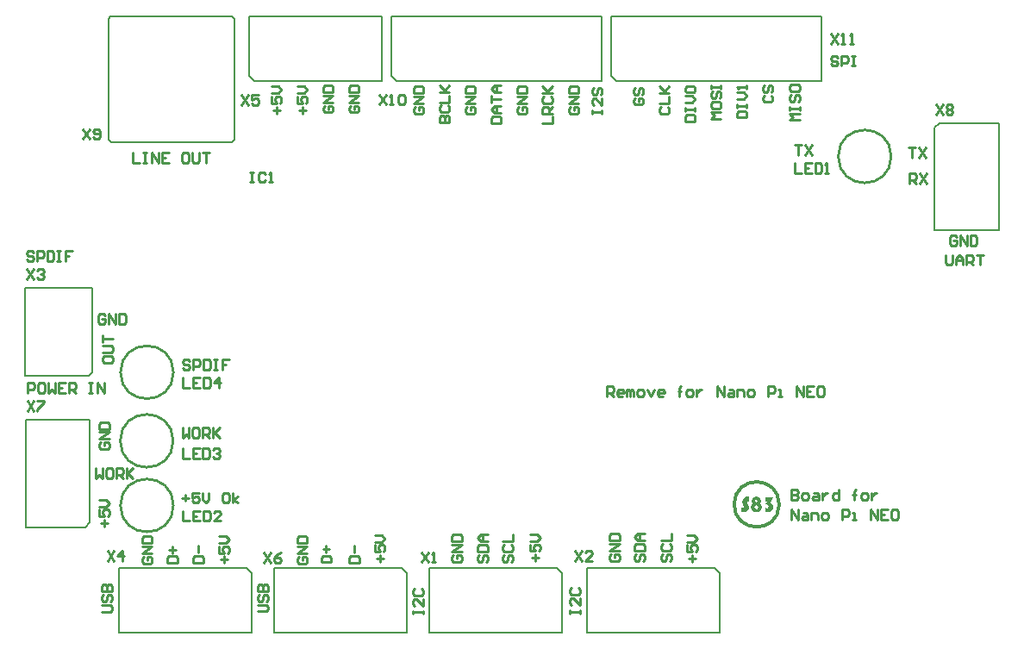
<source format=gto>
G04 Layer_Color=65535*
%FSLAX44Y44*%
%MOMM*%
G71*
G01*
G75*
%ADD11C,0.3000*%
%ADD32C,0.2540*%
%ADD33C,0.2000*%
G36*
X1006349Y396365D02*
X1006372D01*
X1006396Y396317D01*
X1006468Y396269D01*
X1006563Y396222D01*
X1006777Y396031D01*
X1007063Y395793D01*
X1007372Y395508D01*
X1007681Y395175D01*
X1007967Y394818D01*
X1008229Y394437D01*
X1008252Y394389D01*
X1008324Y394246D01*
X1008419Y394032D01*
X1008538Y393747D01*
X1008633Y393390D01*
X1008728Y392961D01*
X1008800Y392509D01*
X1008824Y391986D01*
Y391962D01*
Y391890D01*
Y391771D01*
X1008800Y391628D01*
X1008776Y391438D01*
X1008752Y391224D01*
X1008705Y390986D01*
X1008633Y390724D01*
X1008443Y390177D01*
X1008324Y389867D01*
X1008157Y389558D01*
X1007991Y389272D01*
X1007776Y388963D01*
X1007539Y388677D01*
X1007253Y388392D01*
X1007229Y388368D01*
X1007182Y388320D01*
X1007086Y388249D01*
X1006967Y388177D01*
X1006825Y388059D01*
X1006634Y387939D01*
X1006420Y387797D01*
X1006182Y387678D01*
X1005920Y387535D01*
X1005611Y387392D01*
X1005301Y387273D01*
X1004968Y387178D01*
X1004611Y387083D01*
X1004230Y387011D01*
X1003826Y386964D01*
X1003397Y386940D01*
X1003183D01*
X1002945Y386964D01*
X1002612Y386987D01*
X1002231Y387059D01*
X1001803Y387130D01*
X1001351Y387249D01*
X1000898Y387392D01*
Y391557D01*
X1000946Y391533D01*
X1001065Y391462D01*
X1001232Y391367D01*
X1001446Y391272D01*
X1001708Y391176D01*
X1001969Y391081D01*
X1002255Y391010D01*
X1002517Y390986D01*
X1002636D01*
X1002779Y391010D01*
X1002969Y391057D01*
X1003159Y391105D01*
X1003374Y391200D01*
X1003588Y391343D01*
X1003802Y391510D01*
X1003826Y391533D01*
X1003873Y391605D01*
X1003969Y391724D01*
X1004064Y391890D01*
X1004159Y392081D01*
X1004254Y392319D01*
X1004302Y392580D01*
X1004326Y392866D01*
Y392914D01*
Y393009D01*
X1004278Y393176D01*
X1004230Y393390D01*
X1004135Y393628D01*
X1003992Y393866D01*
X1003802Y394104D01*
X1003540Y394318D01*
X1003516Y394342D01*
X1003397Y394413D01*
X1003231Y394484D01*
X1002993Y394604D01*
X1002707Y394699D01*
X1002350Y394770D01*
X1001946Y394841D01*
X1001493Y394865D01*
X1002588Y397793D01*
X1000970D01*
Y402029D01*
X1008752D01*
X1006349Y396365D01*
D02*
G37*
G36*
X992616Y402362D02*
X992783Y402338D01*
X992973Y402315D01*
X993425Y402243D01*
X993925Y402100D01*
X994449Y401886D01*
X994710Y401743D01*
X994972Y401577D01*
X995234Y401386D01*
X995472Y401172D01*
X995496Y401148D01*
X995520Y401125D01*
X995591Y401053D01*
X995662Y400958D01*
X995758Y400839D01*
X995877Y400696D01*
X996115Y400339D01*
X996329Y399887D01*
X996543Y399363D01*
X996686Y398745D01*
X996710Y398435D01*
X996733Y398078D01*
Y398054D01*
Y398031D01*
Y397959D01*
Y397864D01*
X996686Y397626D01*
X996638Y397293D01*
X996543Y396936D01*
X996400Y396531D01*
X996186Y396127D01*
X995924Y395722D01*
X995972Y395675D01*
X996067Y395555D01*
X996234Y395389D01*
X996424Y395151D01*
X996638Y394889D01*
X996852Y394604D01*
X997043Y394294D01*
X997186Y393985D01*
X997209Y393961D01*
X997233Y393842D01*
X997305Y393675D01*
X997376Y393461D01*
X997424Y393176D01*
X997495Y392842D01*
X997519Y392462D01*
X997543Y392057D01*
Y392033D01*
Y391962D01*
Y391843D01*
X997519Y391700D01*
X997495Y391510D01*
X997471Y391295D01*
X997424Y391034D01*
X997352Y390772D01*
X997186Y390201D01*
X997067Y389891D01*
X996900Y389582D01*
X996733Y389272D01*
X996543Y388963D01*
X996305Y388677D01*
X996043Y388392D01*
X996019Y388368D01*
X995972Y388320D01*
X995900Y388249D01*
X995781Y388177D01*
X995639Y388059D01*
X995448Y387939D01*
X995258Y387797D01*
X995020Y387678D01*
X994758Y387535D01*
X994473Y387392D01*
X994163Y387273D01*
X993830Y387178D01*
X993473Y387083D01*
X993116Y387011D01*
X992711Y386964D01*
X992307Y386940D01*
X992093D01*
X991926Y386964D01*
X991736Y386987D01*
X991521Y387011D01*
X991283Y387059D01*
X990998Y387130D01*
X990403Y387297D01*
X990093Y387416D01*
X989784Y387559D01*
X989474Y387725D01*
X989165Y387916D01*
X988856Y388130D01*
X988570Y388392D01*
X988546Y388415D01*
X988499Y388463D01*
X988427Y388535D01*
X988332Y388653D01*
X988237Y388796D01*
X988094Y388987D01*
X987975Y389177D01*
X987832Y389415D01*
X987690Y389653D01*
X987570Y389939D01*
X987333Y390558D01*
X987237Y390914D01*
X987166Y391272D01*
X987118Y391652D01*
X987094Y392057D01*
Y392081D01*
Y392104D01*
Y392247D01*
X987118Y392438D01*
X987142Y392700D01*
X987190Y393009D01*
X987237Y393342D01*
X987333Y393675D01*
X987451Y393985D01*
X987475Y394032D01*
X987523Y394128D01*
X987618Y394294D01*
X987737Y394508D01*
X987904Y394770D01*
X988118Y395079D01*
X988380Y395389D01*
X988689Y395722D01*
Y395746D01*
X988665Y395770D01*
X988570Y395913D01*
X988451Y396127D01*
X988308Y396412D01*
X988142Y396769D01*
X988023Y397174D01*
X987927Y397602D01*
X987904Y398078D01*
Y398102D01*
Y398173D01*
Y398269D01*
X987927Y398388D01*
X987951Y398554D01*
X987975Y398745D01*
X988070Y399173D01*
X988213Y399649D01*
X988427Y400173D01*
X988570Y400434D01*
X988737Y400696D01*
X988927Y400934D01*
X989141Y401172D01*
X989165Y401196D01*
X989189Y401220D01*
X989260Y401291D01*
X989355Y401363D01*
X989498Y401458D01*
X989641Y401553D01*
X989808Y401672D01*
X989998Y401791D01*
X990450Y402005D01*
X990998Y402196D01*
X991593Y402338D01*
X991926Y402362D01*
X992283Y402386D01*
X992473D01*
X992616Y402362D01*
D02*
G37*
G36*
X983858D02*
X984096Y402338D01*
X984358Y402315D01*
X984667Y402267D01*
X984976Y402172D01*
X985310Y402077D01*
Y397888D01*
X985286D01*
X985238Y397912D01*
X985143Y397935D01*
X985024Y397959D01*
X984786Y398007D01*
X984667Y398031D01*
X984500D01*
X984405Y398007D01*
X984286Y397983D01*
X984143Y397935D01*
X984000Y397864D01*
X983858Y397769D01*
X983715Y397650D01*
X983691Y397626D01*
X983667Y397579D01*
X983596Y397507D01*
X983548Y397412D01*
X983477Y397269D01*
X983406Y397126D01*
X983382Y396960D01*
X983358Y396769D01*
Y396745D01*
Y396698D01*
X983382Y396603D01*
X983406Y396460D01*
X983453Y396317D01*
X983525Y396127D01*
X983620Y395889D01*
X983739Y395651D01*
X984072Y395079D01*
Y395056D01*
X984119Y395008D01*
X984167Y394937D01*
X984215Y394818D01*
X984286Y394675D01*
X984358Y394508D01*
X984548Y394104D01*
X984715Y393652D01*
X984857Y393128D01*
X984952Y392580D01*
X985000Y392033D01*
Y392009D01*
Y391938D01*
Y391819D01*
X984976Y391676D01*
X984952Y391486D01*
X984929Y391272D01*
X984881Y391034D01*
X984810Y390772D01*
X984619Y390201D01*
X984500Y389915D01*
X984358Y389605D01*
X984167Y389296D01*
X983953Y388987D01*
X983715Y388701D01*
X983453Y388415D01*
X983429Y388392D01*
X983382Y388344D01*
X983310Y388273D01*
X983191Y388177D01*
X983025Y388082D01*
X982858Y387939D01*
X982644Y387821D01*
X982430Y387678D01*
X982168Y387535D01*
X981882Y387416D01*
X981240Y387178D01*
X980907Y387083D01*
X980526Y387011D01*
X980145Y386964D01*
X979740Y386940D01*
X979550D01*
X979360Y386964D01*
X979074Y386987D01*
X978765Y387059D01*
X978408Y387130D01*
X978027Y387249D01*
X977646Y387392D01*
Y391676D01*
X977670Y391652D01*
X977741Y391628D01*
X977860Y391557D01*
X978027Y391486D01*
X978360Y391367D01*
X978550Y391319D01*
X978741Y391295D01*
X978836D01*
X978931Y391319D01*
X979074Y391343D01*
X979383Y391438D01*
X979550Y391510D01*
X979693Y391605D01*
X979717Y391628D01*
X979764Y391676D01*
X979812Y391748D01*
X979907Y391843D01*
X980026Y392104D01*
X980074Y392247D01*
X980097Y392438D01*
Y392462D01*
Y392509D01*
X980074Y392604D01*
X980026Y392723D01*
X979955Y392914D01*
X979836Y393152D01*
X979693Y393461D01*
X979479Y393842D01*
Y393866D01*
X979431Y393913D01*
X979383Y394008D01*
X979336Y394151D01*
X979264Y394294D01*
X979169Y394484D01*
X979074Y394699D01*
X979003Y394937D01*
X978812Y395460D01*
X978646Y396031D01*
X978550Y396650D01*
X978503Y397293D01*
Y397317D01*
Y397388D01*
Y397483D01*
X978527Y397650D01*
X978550Y397817D01*
X978574Y398031D01*
X978622Y398269D01*
X978693Y398507D01*
X978860Y399078D01*
X978979Y399363D01*
X979122Y399673D01*
X979288Y399982D01*
X979502Y400268D01*
X979717Y400577D01*
X979978Y400863D01*
X980002Y400887D01*
X980050Y400934D01*
X980121Y401006D01*
X980240Y401101D01*
X980383Y401220D01*
X980550Y401339D01*
X980764Y401482D01*
X980978Y401624D01*
X981216Y401767D01*
X981502Y401910D01*
X982097Y402148D01*
X982430Y402243D01*
X982787Y402315D01*
X983144Y402362D01*
X983525Y402386D01*
X983691D01*
X983858Y402362D01*
D02*
G37*
%LPC*%
G36*
X992307Y393747D02*
X992188D01*
X992045Y393723D01*
X991878Y393675D01*
X991664Y393628D01*
X991474Y393532D01*
X991260Y393390D01*
X991045Y393223D01*
X991021Y393199D01*
X990974Y393128D01*
X990879Y393009D01*
X990783Y392866D01*
X990688Y392700D01*
X990593Y392485D01*
X990546Y392247D01*
X990522Y391986D01*
Y391962D01*
Y391866D01*
X990546Y391700D01*
X990593Y391533D01*
X990641Y391319D01*
X990736Y391105D01*
X990855Y390891D01*
X991021Y390676D01*
X991045Y390653D01*
X991117Y390605D01*
X991212Y390510D01*
X991378Y390415D01*
X991545Y390320D01*
X991783Y390224D01*
X992021Y390177D01*
X992307Y390153D01*
X992426D01*
X992569Y390177D01*
X992759Y390224D01*
X992949Y390272D01*
X993164Y390367D01*
X993378Y390510D01*
X993568Y390676D01*
X993592Y390700D01*
X993640Y390772D01*
X993735Y390891D01*
X993830Y391034D01*
X993925Y391224D01*
X994020Y391462D01*
X994068Y391700D01*
X994092Y391986D01*
Y392009D01*
Y392104D01*
X994068Y392247D01*
X994020Y392414D01*
X993949Y392604D01*
X993854Y392818D01*
X993735Y393009D01*
X993544Y393223D01*
X993521Y393247D01*
X993449Y393294D01*
X993330Y393390D01*
X993187Y393485D01*
X993021Y393580D01*
X992806Y393675D01*
X992569Y393723D01*
X992307Y393747D01*
D02*
G37*
G36*
X992259Y399221D02*
X992188D01*
X992093Y399197D01*
X991973Y399173D01*
X991854Y399125D01*
X991712Y399078D01*
X991569Y398983D01*
X991426Y398864D01*
X991402Y398840D01*
X991378Y398792D01*
X991331Y398721D01*
X991260Y398626D01*
X991141Y398364D01*
X991117Y398197D01*
X991093Y398031D01*
Y398007D01*
Y397935D01*
X991117Y397840D01*
X991141Y397721D01*
X991236Y397412D01*
X991307Y397269D01*
X991426Y397126D01*
X991450Y397103D01*
X991497Y397079D01*
X991569Y397031D01*
X991664Y396960D01*
X991783Y396888D01*
X991950Y396841D01*
X992116Y396817D01*
X992307Y396793D01*
X992378D01*
X992473Y396817D01*
X992592Y396841D01*
X992711Y396888D01*
X992854Y396936D01*
X992997Y397031D01*
X993140Y397150D01*
X993164Y397174D01*
X993187Y397221D01*
X993259Y397293D01*
X993330Y397388D01*
X993449Y397674D01*
X993473Y397817D01*
X993497Y398007D01*
Y398031D01*
Y398102D01*
X993473Y398173D01*
X993449Y398292D01*
X993401Y398435D01*
X993354Y398578D01*
X993259Y398721D01*
X993140Y398864D01*
X993116Y398887D01*
X993068Y398911D01*
X992997Y398983D01*
X992902Y399054D01*
X992759Y399102D01*
X992616Y399173D01*
X992449Y399197D01*
X992259Y399221D01*
D02*
G37*
%LPD*%
D11*
X1014747Y394765D02*
G03*
X1014730Y393901I-22132J0D01*
G01*
D32*
X419700Y524510D02*
G03*
X419700Y524510I-26000J0D01*
G01*
Y393700D02*
G03*
X419700Y393700I-26000J0D01*
G01*
X419500Y457200D02*
G03*
X419500Y457200I-26000J0D01*
G01*
X1124750Y736600D02*
G03*
X1124750Y736600I-26000J0D01*
G01*
X429260Y519267D02*
Y509270D01*
X435924D01*
X445921Y519267D02*
X439257D01*
Y509270D01*
X445921D01*
X439257Y514268D02*
X442589D01*
X449254Y519267D02*
Y509270D01*
X454252D01*
X455918Y510936D01*
Y517601D01*
X454252Y519267D01*
X449254D01*
X464249Y509270D02*
Y519267D01*
X459250Y514268D01*
X465915D01*
X1065530Y857087D02*
X1072195Y847090D01*
Y857087D02*
X1065530Y847090D01*
X1075527D02*
X1078859D01*
X1077193D01*
Y857087D01*
X1075527Y855421D01*
X1083857Y847090D02*
X1087190D01*
X1085524D01*
Y857087D01*
X1083857Y855421D01*
X622300Y797397D02*
X628965Y787400D01*
Y797397D02*
X622300Y787400D01*
X632297D02*
X635629D01*
X633963D01*
Y797397D01*
X632297Y795731D01*
X640627D02*
X642294Y797397D01*
X645626D01*
X647292Y795731D01*
Y789066D01*
X645626Y787400D01*
X642294D01*
X640627Y789066D01*
Y795731D01*
X330962Y763615D02*
X337626Y753618D01*
Y763615D02*
X330962Y753618D01*
X340959Y755284D02*
X342625Y753618D01*
X345957D01*
X347623Y755284D01*
Y761949D01*
X345957Y763615D01*
X342625D01*
X340959Y761949D01*
Y760283D01*
X342625Y758616D01*
X347623D01*
X428752Y449671D02*
Y439674D01*
X435416D01*
X445413Y449671D02*
X438749D01*
Y439674D01*
X445413D01*
X438749Y444672D02*
X442081D01*
X448746Y449671D02*
Y439674D01*
X453744D01*
X455410Y441340D01*
Y448005D01*
X453744Y449671D01*
X448746D01*
X458742Y448005D02*
X460409Y449671D01*
X463741D01*
X465407Y448005D01*
Y446339D01*
X463741Y444672D01*
X462075D01*
X463741D01*
X465407Y443006D01*
Y441340D01*
X463741Y439674D01*
X460409D01*
X458742Y441340D01*
X429260Y388457D02*
Y378460D01*
X435924D01*
X445921Y388457D02*
X439257D01*
Y378460D01*
X445921D01*
X439257Y383458D02*
X442589D01*
X449254Y388457D02*
Y378460D01*
X454252D01*
X455918Y380126D01*
Y386791D01*
X454252Y388457D01*
X449254D01*
X465915Y378460D02*
X459250D01*
X465915Y385125D01*
Y386791D01*
X464249Y388457D01*
X460916D01*
X459250Y386791D01*
X663194Y347817D02*
X669858Y337820D01*
Y347817D02*
X663194Y337820D01*
X673191D02*
X676523D01*
X674857D01*
Y347817D01*
X673191Y346151D01*
X486664Y797143D02*
X493329Y787146D01*
Y797143D02*
X486664Y787146D01*
X503325Y797143D02*
X496661D01*
Y792144D01*
X499993Y793811D01*
X501659D01*
X503325Y792144D01*
Y788812D01*
X501659Y787146D01*
X498327D01*
X496661Y788812D01*
X276098Y496153D02*
X282763Y486156D01*
Y496153D02*
X276098Y486156D01*
X286095Y496153D02*
X292759D01*
Y494487D01*
X286095Y487822D01*
Y486156D01*
X508508Y347563D02*
X515173Y337566D01*
Y347563D02*
X508508Y337566D01*
X525169Y347563D02*
X521837Y345897D01*
X518505Y342564D01*
Y339232D01*
X520171Y337566D01*
X523503D01*
X525169Y339232D01*
Y340898D01*
X523503Y342564D01*
X518505D01*
X354838Y348833D02*
X361502Y338836D01*
Y348833D02*
X354838Y338836D01*
X369833D02*
Y348833D01*
X364835Y343834D01*
X371499D01*
X1168654Y787999D02*
X1175319Y778002D01*
Y787999D02*
X1168654Y778002D01*
X1178651Y786333D02*
X1180317Y787999D01*
X1183649D01*
X1185315Y786333D01*
Y784667D01*
X1183649Y783000D01*
X1185315Y781334D01*
Y779668D01*
X1183649Y778002D01*
X1180317D01*
X1178651Y779668D01*
Y781334D01*
X1180317Y783000D01*
X1178651Y784667D01*
Y786333D01*
X1180317Y783000D02*
X1183649D01*
X275844Y625693D02*
X282509Y615696D01*
Y625693D02*
X275844Y615696D01*
X285841Y624027D02*
X287507Y625693D01*
X290839D01*
X292505Y624027D01*
Y622360D01*
X290839Y620694D01*
X289173D01*
X290839D01*
X292505Y619028D01*
Y617362D01*
X290839Y615696D01*
X287507D01*
X285841Y617362D01*
X495300Y721197D02*
X498632D01*
X496966D01*
Y711200D01*
X495300D01*
X498632D01*
X510295Y719531D02*
X508629Y721197D01*
X505297D01*
X503631Y719531D01*
Y712866D01*
X505297Y711200D01*
X508629D01*
X510295Y712866D01*
X513627Y711200D02*
X516960D01*
X515294D01*
Y721197D01*
X513627Y719531D01*
X814070Y349341D02*
X820734Y339344D01*
Y349341D02*
X814070Y339344D01*
X830731D02*
X824067D01*
X830731Y346008D01*
Y347675D01*
X829065Y349341D01*
X825733D01*
X824067Y347675D01*
X1029970Y730087D02*
Y720090D01*
X1036635D01*
X1046631Y730087D02*
X1039967D01*
Y720090D01*
X1046631D01*
X1039967Y725088D02*
X1043299D01*
X1049964Y730087D02*
Y720090D01*
X1054962D01*
X1056628Y721756D01*
Y728421D01*
X1054962Y730087D01*
X1049964D01*
X1059960Y720090D02*
X1063293D01*
X1061627D01*
Y730087D01*
X1059960Y728421D01*
X350175Y538853D02*
Y535521D01*
X351841Y533855D01*
X358506D01*
X360172Y535521D01*
Y538853D01*
X358506Y540519D01*
X351841D01*
X350175Y538853D01*
Y543852D02*
X358506D01*
X360172Y545518D01*
Y548850D01*
X358506Y550516D01*
X350175D01*
Y553848D02*
Y560513D01*
Y557181D01*
X360172D01*
X352612Y580286D02*
X350946Y581952D01*
X347614D01*
X345948Y580286D01*
Y573621D01*
X347614Y571955D01*
X350946D01*
X352612Y573621D01*
Y576953D01*
X349280D01*
X355945Y571955D02*
Y581952D01*
X362609Y571955D01*
Y581952D01*
X365942D02*
Y571955D01*
X370940D01*
X372606Y573621D01*
Y580286D01*
X370940Y581952D01*
X365942D01*
X343408Y430314D02*
Y420317D01*
X346740Y423649D01*
X350073Y420317D01*
Y430314D01*
X358403D02*
X355071D01*
X353405Y428648D01*
Y421983D01*
X355071Y420317D01*
X358403D01*
X360069Y421983D01*
Y428648D01*
X358403Y430314D01*
X363402Y420317D02*
Y430314D01*
X368400D01*
X370066Y428648D01*
Y425315D01*
X368400Y423649D01*
X363402D01*
X366734D02*
X370066Y420317D01*
X373398Y430314D02*
Y420317D01*
Y423649D01*
X380063Y430314D01*
X375065Y425315D01*
X380063Y420317D01*
X352126Y372819D02*
Y379483D01*
X348793Y376151D02*
X355458D01*
X347127Y389480D02*
Y382816D01*
X352126D01*
X350460Y386148D01*
Y387814D01*
X352126Y389480D01*
X355458D01*
X357124Y387814D01*
Y384482D01*
X355458Y382816D01*
X347127Y392812D02*
X353792D01*
X357124Y396145D01*
X353792Y399477D01*
X347127D01*
X348539Y455683D02*
X346873Y454017D01*
Y450685D01*
X348539Y449019D01*
X355204D01*
X356870Y450685D01*
Y454017D01*
X355204Y455683D01*
X351872D01*
Y452351D01*
X356870Y459016D02*
X346873D01*
X356870Y465680D01*
X346873D01*
Y469012D02*
X356870D01*
Y474011D01*
X355204Y475677D01*
X348539D01*
X346873Y474011D01*
Y469012D01*
X1178560Y639917D02*
Y631586D01*
X1180226Y629920D01*
X1183558D01*
X1185225Y631586D01*
Y639917D01*
X1188557Y629920D02*
Y636585D01*
X1191889Y639917D01*
X1195221Y636585D01*
Y629920D01*
Y634918D01*
X1188557D01*
X1198554Y629920D02*
Y639917D01*
X1203552D01*
X1205218Y638251D01*
Y634918D01*
X1203552Y633252D01*
X1198554D01*
X1201886D02*
X1205218Y629920D01*
X1208550Y639917D02*
X1215215D01*
X1211883D01*
Y629920D01*
X435924Y535381D02*
X434258Y537047D01*
X430926D01*
X429260Y535381D01*
Y533714D01*
X430926Y532048D01*
X434258D01*
X435924Y530382D01*
Y528716D01*
X434258Y527050D01*
X430926D01*
X429260Y528716D01*
X439257Y527050D02*
Y537047D01*
X444255D01*
X445921Y535381D01*
Y532048D01*
X444255Y530382D01*
X439257D01*
X449254Y537047D02*
Y527050D01*
X454252D01*
X455918Y528716D01*
Y535381D01*
X454252Y537047D01*
X449254D01*
X459250D02*
X462583D01*
X460916D01*
Y527050D01*
X459250D01*
X462583D01*
X474245Y537047D02*
X467581D01*
Y532048D01*
X470913D01*
X467581D01*
Y527050D01*
X845312Y501142D02*
Y511139D01*
X850310D01*
X851976Y509473D01*
Y506140D01*
X850310Y504474D01*
X845312D01*
X848644D02*
X851976Y501142D01*
X860307D02*
X856975D01*
X855309Y502808D01*
Y506140D01*
X856975Y507807D01*
X860307D01*
X861973Y506140D01*
Y504474D01*
X855309D01*
X865306Y501142D02*
Y507807D01*
X866972D01*
X868638Y506140D01*
Y501142D01*
Y506140D01*
X870304Y507807D01*
X871970Y506140D01*
Y501142D01*
X876969D02*
X880301D01*
X881967Y502808D01*
Y506140D01*
X880301Y507807D01*
X876969D01*
X875302Y506140D01*
Y502808D01*
X876969Y501142D01*
X885299Y507807D02*
X888631Y501142D01*
X891964Y507807D01*
X900294Y501142D02*
X896962D01*
X895296Y502808D01*
Y506140D01*
X896962Y507807D01*
X900294D01*
X901960Y506140D01*
Y504474D01*
X895296D01*
X916956Y501142D02*
Y509473D01*
Y506140D01*
X915290D01*
X918622D01*
X916956D01*
Y509473D01*
X918622Y511139D01*
X925286Y501142D02*
X928618D01*
X930285Y502808D01*
Y506140D01*
X928618Y507807D01*
X925286D01*
X923620Y506140D01*
Y502808D01*
X925286Y501142D01*
X933617Y507807D02*
Y501142D01*
Y504474D01*
X935283Y506140D01*
X936949Y507807D01*
X938615D01*
X953610Y501142D02*
Y511139D01*
X960275Y501142D01*
Y511139D01*
X965273Y507807D02*
X968606D01*
X970272Y506140D01*
Y501142D01*
X965273D01*
X963607Y502808D01*
X965273Y504474D01*
X970272D01*
X973604Y501142D02*
Y507807D01*
X978602D01*
X980268Y506140D01*
Y501142D01*
X985267D02*
X988599D01*
X990265Y502808D01*
Y506140D01*
X988599Y507807D01*
X985267D01*
X983601Y506140D01*
Y502808D01*
X985267Y501142D01*
X1003594D02*
Y511139D01*
X1008593D01*
X1010259Y509473D01*
Y506140D01*
X1008593Y504474D01*
X1003594D01*
X1013591Y501142D02*
X1016923D01*
X1015257D01*
Y507807D01*
X1013591D01*
X1031918Y501142D02*
Y511139D01*
X1038583Y501142D01*
Y511139D01*
X1048580D02*
X1041915D01*
Y501142D01*
X1048580D01*
X1041915Y506140D02*
X1045248D01*
X1056910Y511139D02*
X1053578D01*
X1051912Y509473D01*
Y502808D01*
X1053578Y501142D01*
X1056910D01*
X1058577Y502808D01*
Y509473D01*
X1056910Y511139D01*
X849681Y345755D02*
X848015Y344088D01*
Y340756D01*
X849681Y339090D01*
X856346D01*
X858012Y340756D01*
Y344088D01*
X856346Y345755D01*
X853014D01*
Y342422D01*
X858012Y349087D02*
X848015D01*
X858012Y355751D01*
X848015D01*
Y359084D02*
X858012D01*
Y364082D01*
X856346Y365748D01*
X849681D01*
X848015Y364082D01*
Y359084D01*
X928960Y338074D02*
Y344739D01*
X925627Y341406D02*
X932292D01*
X923961Y354735D02*
Y348071D01*
X928960D01*
X927293Y351403D01*
Y353069D01*
X928960Y354735D01*
X932292D01*
X933958Y353069D01*
Y349737D01*
X932292Y348071D01*
X923961Y358068D02*
X930626D01*
X933958Y361400D01*
X930626Y364732D01*
X923961D01*
X900735Y345755D02*
X899069Y344088D01*
Y340756D01*
X900735Y339090D01*
X902402D01*
X904068Y340756D01*
Y344088D01*
X905734Y345755D01*
X907400D01*
X909066Y344088D01*
Y340756D01*
X907400Y339090D01*
X900735Y355751D02*
X899069Y354085D01*
Y350753D01*
X900735Y349087D01*
X907400D01*
X909066Y350753D01*
Y354085D01*
X907400Y355751D01*
X899069Y359084D02*
X909066D01*
Y365748D01*
X874573Y345755D02*
X872907Y344088D01*
Y340756D01*
X874573Y339090D01*
X876239D01*
X877906Y340756D01*
Y344088D01*
X879572Y345755D01*
X881238D01*
X882904Y344088D01*
Y340756D01*
X881238Y339090D01*
X872907Y349087D02*
X882904D01*
Y354085D01*
X881238Y355751D01*
X874573D01*
X872907Y354085D01*
Y349087D01*
X882904Y359084D02*
X876239D01*
X872907Y362416D01*
X876239Y365748D01*
X882904D01*
X877906D01*
Y359084D01*
X719887Y345247D02*
X718221Y343580D01*
Y340248D01*
X719887Y338582D01*
X721553D01*
X723220Y340248D01*
Y343580D01*
X724886Y345247D01*
X726552D01*
X728218Y343580D01*
Y340248D01*
X726552Y338582D01*
X718221Y348579D02*
X728218D01*
Y353577D01*
X726552Y355243D01*
X719887D01*
X718221Y353577D01*
Y348579D01*
X728218Y358576D02*
X721553D01*
X718221Y361908D01*
X721553Y365240D01*
X728218D01*
X723220D01*
Y358576D01*
X745033Y345247D02*
X743367Y343580D01*
Y340248D01*
X745033Y338582D01*
X746700D01*
X748366Y340248D01*
Y343580D01*
X750032Y345247D01*
X751698D01*
X753364Y343580D01*
Y340248D01*
X751698Y338582D01*
X745033Y355243D02*
X743367Y353577D01*
Y350245D01*
X745033Y348579D01*
X751698D01*
X753364Y350245D01*
Y353577D01*
X751698Y355243D01*
X743367Y358576D02*
X753364D01*
Y365240D01*
X694741Y345247D02*
X693075Y343580D01*
Y340248D01*
X694741Y338582D01*
X701406D01*
X703072Y340248D01*
Y343580D01*
X701406Y345247D01*
X698074D01*
Y341914D01*
X703072Y348579D02*
X693075D01*
X703072Y355243D01*
X693075D01*
Y358576D02*
X703072D01*
Y363574D01*
X701406Y365240D01*
X694741D01*
X693075Y363574D01*
Y358576D01*
X592491Y337566D02*
X602488D01*
Y342564D01*
X600822Y344230D01*
X594157D01*
X592491Y342564D01*
Y337566D01*
X597490Y347563D02*
Y354227D01*
X564805Y337820D02*
X574802D01*
Y342818D01*
X573136Y344484D01*
X566471D01*
X564805Y342818D01*
Y337820D01*
X569804Y347817D02*
Y354481D01*
X566471Y351149D02*
X573136D01*
X542849Y343469D02*
X541183Y341802D01*
Y338470D01*
X542849Y336804D01*
X549514D01*
X551180Y338470D01*
Y341802D01*
X549514Y343469D01*
X546182D01*
Y340136D01*
X551180Y346801D02*
X541183D01*
X551180Y353465D01*
X541183D01*
Y356798D02*
X551180D01*
Y361796D01*
X549514Y363462D01*
X542849D01*
X541183Y361796D01*
Y356798D01*
X390449Y343214D02*
X388783Y341548D01*
Y338216D01*
X390449Y336550D01*
X397114D01*
X398780Y338216D01*
Y341548D01*
X397114Y343214D01*
X393782D01*
Y339882D01*
X398780Y346547D02*
X388783D01*
X398780Y353211D01*
X388783D01*
Y356544D02*
X398780D01*
Y361542D01*
X397114Y363208D01*
X390449D01*
X388783Y361542D01*
Y356544D01*
X502575Y289560D02*
X510906D01*
X512572Y291226D01*
Y294558D01*
X510906Y296224D01*
X502575D01*
X504241Y306221D02*
X502575Y304555D01*
Y301223D01*
X504241Y299557D01*
X505908D01*
X507574Y301223D01*
Y304555D01*
X509240Y306221D01*
X510906D01*
X512572Y304555D01*
Y301223D01*
X510906Y299557D01*
X502575Y309554D02*
X512572D01*
Y314552D01*
X510906Y316218D01*
X509240D01*
X507574Y314552D01*
Y309554D01*
Y314552D01*
X505908Y316218D01*
X504241D01*
X502575Y314552D01*
Y309554D01*
X413421Y337058D02*
X423418D01*
Y342056D01*
X421752Y343722D01*
X415087D01*
X413421Y342056D01*
Y337058D01*
X418420Y347055D02*
Y353719D01*
X415087Y350387D02*
X421752D01*
X439329Y337312D02*
X449326D01*
Y342310D01*
X447660Y343977D01*
X440995D01*
X439329Y342310D01*
Y337312D01*
X444328Y347309D02*
Y353973D01*
X469220Y337058D02*
Y343722D01*
X465887Y340390D02*
X472552D01*
X464221Y353719D02*
Y347055D01*
X469220D01*
X467553Y350387D01*
Y352053D01*
X469220Y353719D01*
X472552D01*
X474218Y352053D01*
Y348721D01*
X472552Y347055D01*
X464221Y357052D02*
X470886D01*
X474218Y360384D01*
X470886Y363716D01*
X464221D01*
X775036Y338836D02*
Y345500D01*
X771703Y342168D02*
X778368D01*
X770037Y355497D02*
Y348833D01*
X775036D01*
X773370Y352165D01*
Y353831D01*
X775036Y355497D01*
X778368D01*
X780034Y353831D01*
Y350499D01*
X778368Y348833D01*
X770037Y358830D02*
X776702D01*
X780034Y362162D01*
X776702Y365494D01*
X770037D01*
X622382Y338074D02*
Y344739D01*
X619049Y341406D02*
X625714D01*
X617383Y354735D02*
Y348071D01*
X622382D01*
X620715Y351403D01*
Y353069D01*
X622382Y354735D01*
X625714D01*
X627380Y353069D01*
Y349737D01*
X625714Y348071D01*
X617383Y358068D02*
X624048D01*
X627380Y361400D01*
X624048Y364732D01*
X617383D01*
X680883Y769874D02*
X690880D01*
Y774872D01*
X689214Y776538D01*
X687548D01*
X685882Y774872D01*
Y769874D01*
Y774872D01*
X684215Y776538D01*
X682549D01*
X680883Y774872D01*
Y769874D01*
X682549Y786535D02*
X680883Y784869D01*
Y781537D01*
X682549Y779871D01*
X689214D01*
X690880Y781537D01*
Y784869D01*
X689214Y786535D01*
X680883Y789868D02*
X690880D01*
Y796532D01*
X680883Y799864D02*
X690880D01*
X687548D01*
X680883Y806529D01*
X685882Y801531D01*
X690880Y806529D01*
X731683Y769366D02*
X741680D01*
Y774364D01*
X740014Y776031D01*
X733349D01*
X731683Y774364D01*
Y769366D01*
X741680Y779363D02*
X735015D01*
X731683Y782695D01*
X735015Y786027D01*
X741680D01*
X736682D01*
Y779363D01*
X731683Y789360D02*
Y796024D01*
Y792692D01*
X741680D01*
Y799356D02*
X735015D01*
X731683Y802689D01*
X735015Y806021D01*
X741680D01*
X736682D01*
Y799356D01*
X782229Y768858D02*
X792226D01*
Y775523D01*
Y778855D02*
X782229D01*
Y783853D01*
X783895Y785519D01*
X787228D01*
X788894Y783853D01*
Y778855D01*
Y782187D02*
X792226Y785519D01*
X783895Y795516D02*
X782229Y793850D01*
Y790518D01*
X783895Y788852D01*
X790560D01*
X792226Y790518D01*
Y793850D01*
X790560Y795516D01*
X782229Y798848D02*
X792226D01*
X788894D01*
X782229Y805513D01*
X787228Y800515D01*
X792226Y805513D01*
X809549Y785174D02*
X807883Y783508D01*
Y780176D01*
X809549Y778510D01*
X816214D01*
X817880Y780176D01*
Y783508D01*
X816214Y785174D01*
X812882D01*
Y781842D01*
X817880Y788507D02*
X807883D01*
X817880Y795171D01*
X807883D01*
Y798504D02*
X817880D01*
Y803502D01*
X816214Y805168D01*
X809549D01*
X807883Y803502D01*
Y798504D01*
X758749Y785174D02*
X757083Y783508D01*
Y780176D01*
X758749Y778510D01*
X765414D01*
X767080Y780176D01*
Y783508D01*
X765414Y785174D01*
X762082D01*
Y781842D01*
X767080Y788507D02*
X757083D01*
X767080Y795171D01*
X757083D01*
Y798504D02*
X767080D01*
Y803502D01*
X765414Y805168D01*
X758749D01*
X757083Y803502D01*
Y798504D01*
X707949Y785174D02*
X706283Y783508D01*
Y780176D01*
X707949Y778510D01*
X714614D01*
X716280Y780176D01*
Y783508D01*
X714614Y785174D01*
X711282D01*
Y781842D01*
X716280Y788507D02*
X706283D01*
X716280Y795171D01*
X706283D01*
Y798504D02*
X716280D01*
Y803502D01*
X714614Y805168D01*
X707949D01*
X706283Y803502D01*
Y798504D01*
X657149Y785174D02*
X655483Y783508D01*
Y780176D01*
X657149Y778510D01*
X663814D01*
X665480Y780176D01*
Y783508D01*
X663814Y785174D01*
X660482D01*
Y781842D01*
X665480Y788507D02*
X655483D01*
X665480Y795171D01*
X655483D01*
Y798504D02*
X665480D01*
Y803502D01*
X663814Y805168D01*
X657149D01*
X655483Y803502D01*
Y798504D01*
X593649Y786444D02*
X591983Y784778D01*
Y781446D01*
X593649Y779780D01*
X600314D01*
X601980Y781446D01*
Y784778D01*
X600314Y786444D01*
X596982D01*
Y783112D01*
X601980Y789777D02*
X591983D01*
X601980Y796441D01*
X591983D01*
Y799774D02*
X601980D01*
Y804772D01*
X600314Y806438D01*
X593649D01*
X591983Y804772D01*
Y799774D01*
X568249Y786444D02*
X566583Y784778D01*
Y781446D01*
X568249Y779780D01*
X574914D01*
X576580Y781446D01*
Y784778D01*
X574914Y786444D01*
X571582D01*
Y783112D01*
X576580Y789777D02*
X566583D01*
X576580Y796441D01*
X566583D01*
Y799774D02*
X576580D01*
Y804772D01*
X574914Y806438D01*
X568249D01*
X566583Y804772D01*
Y799774D01*
X546182Y778510D02*
Y785174D01*
X542849Y781842D02*
X549514D01*
X541183Y795171D02*
Y788507D01*
X546182D01*
X544515Y791839D01*
Y793505D01*
X546182Y795171D01*
X549514D01*
X551180Y793505D01*
Y790173D01*
X549514Y788507D01*
X541183Y798504D02*
X547848D01*
X551180Y801836D01*
X547848Y805168D01*
X541183D01*
X520782Y778510D02*
Y785174D01*
X517449Y781842D02*
X524114D01*
X515783Y795171D02*
Y788507D01*
X520782D01*
X519115Y791839D01*
Y793505D01*
X520782Y795171D01*
X524114D01*
X525780Y793505D01*
Y790173D01*
X524114Y788507D01*
X515783Y798504D02*
X522448D01*
X525780Y801836D01*
X522448Y805168D01*
X515783D01*
X349667Y289306D02*
X357998D01*
X359664Y290972D01*
Y294304D01*
X357998Y295970D01*
X349667D01*
X351333Y305967D02*
X349667Y304301D01*
Y300969D01*
X351333Y299303D01*
X352999D01*
X354666Y300969D01*
Y304301D01*
X356332Y305967D01*
X357998D01*
X359664Y304301D01*
Y300969D01*
X357998Y299303D01*
X349667Y309300D02*
X359664D01*
Y314298D01*
X357998Y315964D01*
X356332D01*
X354666Y314298D01*
Y309300D01*
Y314298D01*
X352999Y315964D01*
X351333D01*
X349667Y314298D01*
Y309300D01*
X655229Y287020D02*
Y290352D01*
Y288686D01*
X665226D01*
Y287020D01*
Y290352D01*
Y302015D02*
Y295351D01*
X658561Y302015D01*
X656895D01*
X655229Y300349D01*
Y297017D01*
X656895Y295351D01*
Y312012D02*
X655229Y310346D01*
Y307014D01*
X656895Y305347D01*
X663560D01*
X665226Y307014D01*
Y310346D01*
X663560Y312012D01*
X427990Y401238D02*
X434655D01*
X431322Y404571D02*
Y397906D01*
X444651Y406237D02*
X437987D01*
Y401238D01*
X441319Y402905D01*
X442985D01*
X444651Y401238D01*
Y397906D01*
X442985Y396240D01*
X439653D01*
X437987Y397906D01*
X447984Y406237D02*
Y399572D01*
X451316Y396240D01*
X454648Y399572D01*
Y406237D01*
X472976D02*
X469643D01*
X467977Y404571D01*
Y397906D01*
X469643Y396240D01*
X472976D01*
X474642Y397906D01*
Y404571D01*
X472976Y406237D01*
X477974Y396240D02*
Y406237D01*
Y399572D02*
X482972Y402905D01*
X477974Y399572D02*
X482972Y396240D01*
X428498Y470245D02*
Y460248D01*
X431830Y463580D01*
X435163Y460248D01*
Y470245D01*
X443493D02*
X440161D01*
X438495Y468579D01*
Y461914D01*
X440161Y460248D01*
X443493D01*
X445159Y461914D01*
Y468579D01*
X443493Y470245D01*
X448492Y460248D02*
Y470245D01*
X453490D01*
X455156Y468579D01*
Y465246D01*
X453490Y463580D01*
X448492D01*
X451824D02*
X455156Y460248D01*
X458488Y470245D02*
Y460248D01*
Y463580D01*
X465153Y470245D01*
X460154Y465246D01*
X465153Y460248D01*
X276860Y504190D02*
Y514187D01*
X281858D01*
X283524Y512521D01*
Y509188D01*
X281858Y507522D01*
X276860D01*
X291855Y514187D02*
X288523D01*
X286857Y512521D01*
Y505856D01*
X288523Y504190D01*
X291855D01*
X293521Y505856D01*
Y512521D01*
X291855Y514187D01*
X296854D02*
Y504190D01*
X300186Y507522D01*
X303518Y504190D01*
Y514187D01*
X313515D02*
X306850D01*
Y504190D01*
X313515D01*
X306850Y509188D02*
X310183D01*
X316847Y504190D02*
Y514187D01*
X321846D01*
X323512Y512521D01*
Y509188D01*
X321846Y507522D01*
X316847D01*
X320179D02*
X323512Y504190D01*
X336841Y514187D02*
X340173D01*
X338507D01*
Y504190D01*
X336841D01*
X340173D01*
X345171D02*
Y514187D01*
X351836Y504190D01*
Y514187D01*
X379984Y740501D02*
Y730504D01*
X386648D01*
X389981Y740501D02*
X393313D01*
X391647D01*
Y730504D01*
X389981D01*
X393313D01*
X398311D02*
Y740501D01*
X404976Y730504D01*
Y740501D01*
X414973D02*
X408308D01*
Y730504D01*
X414973D01*
X408308Y735502D02*
X411641D01*
X433300Y740501D02*
X429968D01*
X428302Y738835D01*
Y732170D01*
X429968Y730504D01*
X433300D01*
X434966Y732170D01*
Y738835D01*
X433300Y740501D01*
X438298D02*
Y732170D01*
X439965Y730504D01*
X443297D01*
X444963Y732170D01*
Y740501D01*
X448295D02*
X454960D01*
X451628D01*
Y730504D01*
X830743Y778510D02*
Y781842D01*
Y780176D01*
X840740D01*
Y778510D01*
Y781842D01*
Y793505D02*
Y786841D01*
X834075Y793505D01*
X832409D01*
X830743Y791839D01*
Y788507D01*
X832409Y786841D01*
Y803502D02*
X830743Y801836D01*
Y798504D01*
X832409Y796837D01*
X834075D01*
X835742Y798504D01*
Y801836D01*
X837408Y803502D01*
X839074D01*
X840740Y801836D01*
Y798504D01*
X839074Y796837D01*
X873049Y794064D02*
X871383Y792398D01*
Y789066D01*
X873049Y787400D01*
X879714D01*
X881380Y789066D01*
Y792398D01*
X879714Y794064D01*
X876382D01*
Y790732D01*
X873049Y804061D02*
X871383Y802395D01*
Y799063D01*
X873049Y797397D01*
X874715D01*
X876382Y799063D01*
Y802395D01*
X878048Y804061D01*
X879714D01*
X881380Y802395D01*
Y799063D01*
X879714Y797397D01*
X898449Y785174D02*
X896783Y783508D01*
Y780176D01*
X898449Y778510D01*
X905114D01*
X906780Y780176D01*
Y783508D01*
X905114Y785174D01*
X896783Y788507D02*
X906780D01*
Y795171D01*
X896783Y798504D02*
X906780D01*
X903448D01*
X896783Y805168D01*
X901782Y800170D01*
X906780Y805168D01*
X922183Y770890D02*
X932180D01*
Y775888D01*
X930514Y777554D01*
X923849D01*
X922183Y775888D01*
Y770890D01*
Y780887D02*
Y784219D01*
Y782553D01*
X932180D01*
Y780887D01*
Y784219D01*
X922183Y789217D02*
X928848D01*
X932180Y792550D01*
X928848Y795882D01*
X922183D01*
X923849Y799214D02*
X922183Y800880D01*
Y804213D01*
X923849Y805879D01*
X930514D01*
X932180Y804213D01*
Y800880D01*
X930514Y799214D01*
X923849D01*
X957580Y773430D02*
X947583D01*
X950916Y776762D01*
X947583Y780095D01*
X957580D01*
X947583Y788425D02*
Y785093D01*
X949249Y783427D01*
X955914D01*
X957580Y785093D01*
Y788425D01*
X955914Y790091D01*
X949249D01*
X947583Y788425D01*
X949249Y800088D02*
X947583Y798422D01*
Y795090D01*
X949249Y793424D01*
X950916D01*
X952582Y795090D01*
Y798422D01*
X954248Y800088D01*
X955914D01*
X957580Y798422D01*
Y795090D01*
X955914Y793424D01*
X947583Y803420D02*
Y806753D01*
Y805087D01*
X957580D01*
Y803420D01*
Y806753D01*
X972983Y774700D02*
X982980D01*
Y779698D01*
X981314Y781365D01*
X974649D01*
X972983Y779698D01*
Y774700D01*
Y784697D02*
Y788029D01*
Y786363D01*
X982980D01*
Y784697D01*
Y788029D01*
X972983Y793027D02*
X979648D01*
X982980Y796360D01*
X979648Y799692D01*
X972983D01*
X982980Y803024D02*
Y806357D01*
Y804690D01*
X972983D01*
X974649Y803024D01*
X1000049Y796605D02*
X998383Y794938D01*
Y791606D01*
X1000049Y789940D01*
X1006714D01*
X1008380Y791606D01*
Y794938D01*
X1006714Y796605D01*
X1000049Y806601D02*
X998383Y804935D01*
Y801603D01*
X1000049Y799937D01*
X1001715D01*
X1003382Y801603D01*
Y804935D01*
X1005048Y806601D01*
X1006714D01*
X1008380Y804935D01*
Y801603D01*
X1006714Y799937D01*
X1035050Y772160D02*
X1025053D01*
X1028385Y775492D01*
X1025053Y778824D01*
X1035050D01*
X1025053Y782157D02*
Y785489D01*
Y783823D01*
X1035050D01*
Y782157D01*
Y785489D01*
X1026719Y797152D02*
X1025053Y795486D01*
Y792154D01*
X1026719Y790487D01*
X1028385D01*
X1030052Y792154D01*
Y795486D01*
X1031718Y797152D01*
X1033384D01*
X1035050Y795486D01*
Y792154D01*
X1033384Y790487D01*
X1025053Y805483D02*
Y802150D01*
X1026719Y800484D01*
X1033384D01*
X1035050Y802150D01*
Y805483D01*
X1033384Y807149D01*
X1026719D01*
X1025053Y805483D01*
X1141730Y745327D02*
X1148394D01*
X1145062D01*
Y735330D01*
X1151727Y745327D02*
X1158391Y735330D01*
Y745327D02*
X1151727Y735330D01*
X1143000Y709930D02*
Y719927D01*
X1147998D01*
X1149665Y718261D01*
Y714928D01*
X1147998Y713262D01*
X1143000D01*
X1146332D02*
X1149665Y709930D01*
X1152997Y719927D02*
X1159661Y709930D01*
Y719927D02*
X1152997Y709930D01*
X1189035Y657301D02*
X1187368Y658967D01*
X1184036D01*
X1182370Y657301D01*
Y650636D01*
X1184036Y648970D01*
X1187368D01*
X1189035Y650636D01*
Y653968D01*
X1185702D01*
X1192367Y648970D02*
Y658967D01*
X1199031Y648970D01*
Y658967D01*
X1202364D02*
Y648970D01*
X1207362D01*
X1209028Y650636D01*
Y657301D01*
X1207362Y658967D01*
X1202364D01*
X282255Y642061D02*
X280588Y643727D01*
X277256D01*
X275590Y642061D01*
Y640395D01*
X277256Y638728D01*
X280588D01*
X282255Y637062D01*
Y635396D01*
X280588Y633730D01*
X277256D01*
X275590Y635396D01*
X285587Y633730D02*
Y643727D01*
X290585D01*
X292251Y642061D01*
Y638728D01*
X290585Y637062D01*
X285587D01*
X295584Y643727D02*
Y633730D01*
X300582D01*
X302248Y635396D01*
Y642061D01*
X300582Y643727D01*
X295584D01*
X305580D02*
X308913D01*
X307246D01*
Y633730D01*
X305580D01*
X308913D01*
X320575Y643727D02*
X313911D01*
Y638728D01*
X317243D01*
X313911D01*
Y633730D01*
X1072195Y833831D02*
X1070528Y835497D01*
X1067196D01*
X1065530Y833831D01*
Y832165D01*
X1067196Y830498D01*
X1070528D01*
X1072195Y828832D01*
Y827166D01*
X1070528Y825500D01*
X1067196D01*
X1065530Y827166D01*
X1075527Y825500D02*
Y835497D01*
X1080525D01*
X1082191Y833831D01*
Y830498D01*
X1080525Y828832D01*
X1075527D01*
X1085524Y835497D02*
X1088856D01*
X1087190D01*
Y825500D01*
X1085524D01*
X1088856D01*
X808899Y287782D02*
Y291114D01*
Y289448D01*
X818896D01*
Y287782D01*
Y291114D01*
Y302777D02*
Y296113D01*
X812232Y302777D01*
X810565D01*
X808899Y301111D01*
Y297779D01*
X810565Y296113D01*
Y312774D02*
X808899Y311108D01*
Y307776D01*
X810565Y306109D01*
X817230D01*
X818896Y307776D01*
Y311108D01*
X817230Y312774D01*
X1029970Y747867D02*
X1036635D01*
X1033302D01*
Y737870D01*
X1039967Y747867D02*
X1046631Y737870D01*
Y747867D02*
X1039967Y737870D01*
X1026922Y409285D02*
Y399288D01*
X1031920D01*
X1033587Y400954D01*
Y402620D01*
X1031920Y404286D01*
X1026922D01*
X1031920D01*
X1033587Y405952D01*
Y407619D01*
X1031920Y409285D01*
X1026922D01*
X1038585Y399288D02*
X1041917D01*
X1043583Y400954D01*
Y404286D01*
X1041917Y405952D01*
X1038585D01*
X1036919Y404286D01*
Y400954D01*
X1038585Y399288D01*
X1048582Y405952D02*
X1051914D01*
X1053580Y404286D01*
Y399288D01*
X1048582D01*
X1046916Y400954D01*
X1048582Y402620D01*
X1053580D01*
X1056912Y405952D02*
Y399288D01*
Y402620D01*
X1058578Y404286D01*
X1060245Y405952D01*
X1061911D01*
X1073574Y409285D02*
Y399288D01*
X1068575D01*
X1066909Y400954D01*
Y404286D01*
X1068575Y405952D01*
X1073574D01*
X1088569Y399288D02*
Y407619D01*
Y404286D01*
X1086903D01*
X1090235D01*
X1088569D01*
Y407619D01*
X1090235Y409285D01*
X1096899Y399288D02*
X1100232D01*
X1101898Y400954D01*
Y404286D01*
X1100232Y405952D01*
X1096899D01*
X1095233Y404286D01*
Y400954D01*
X1096899Y399288D01*
X1105230Y405952D02*
Y399288D01*
Y402620D01*
X1106896Y404286D01*
X1108562Y405952D01*
X1110229D01*
X1026414Y379984D02*
Y389981D01*
X1033079Y379984D01*
Y389981D01*
X1038077Y386648D02*
X1041409D01*
X1043075Y384982D01*
Y379984D01*
X1038077D01*
X1036411Y381650D01*
X1038077Y383316D01*
X1043075D01*
X1046408Y379984D02*
Y386648D01*
X1051406D01*
X1053072Y384982D01*
Y379984D01*
X1058071D02*
X1061403D01*
X1063069Y381650D01*
Y384982D01*
X1061403Y386648D01*
X1058071D01*
X1056404Y384982D01*
Y381650D01*
X1058071Y379984D01*
X1076398D02*
Y389981D01*
X1081396D01*
X1083062Y388315D01*
Y384982D01*
X1081396Y383316D01*
X1076398D01*
X1086395Y379984D02*
X1089727D01*
X1088061D01*
Y386648D01*
X1086395D01*
X1104722Y379984D02*
Y389981D01*
X1111387Y379984D01*
Y389981D01*
X1121383D02*
X1114719D01*
Y379984D01*
X1121383D01*
X1114719Y384982D02*
X1118051D01*
X1129714Y389981D02*
X1126382D01*
X1124716Y388315D01*
Y381650D01*
X1126382Y379984D01*
X1129714D01*
X1131380Y381650D01*
Y388315D01*
X1129714Y389981D01*
D33*
X274320Y520700D02*
Y607060D01*
X340360D01*
Y524510D02*
Y607060D01*
X336550Y520700D02*
X340360Y524510D01*
X274320Y520700D02*
X336550D01*
X840486Y810876D02*
Y874122D01*
X633984D02*
X840486D01*
X633984Y815956D02*
Y874122D01*
Y815956D02*
X639064Y810876D01*
X840486D01*
X1056386D02*
Y874122D01*
X849884D02*
X1056386D01*
X849884Y815956D02*
Y874122D01*
Y815956D02*
X854964Y810876D01*
X1056386D01*
X826262Y268878D02*
Y332124D01*
Y268878D02*
X956056D01*
Y327044D01*
X950976Y332124D02*
X956056Y327044D01*
X826262Y332124D02*
X950976D01*
X366522Y268878D02*
Y332124D01*
Y268878D02*
X496316D01*
Y327044D01*
X491236Y332124D02*
X496316Y327044D01*
X366522Y332124D02*
X491236D01*
X518922Y268878D02*
Y332124D01*
Y268878D02*
X648716D01*
Y327044D01*
X643636Y332124D02*
X648716Y327044D01*
X518922Y332124D02*
X643636D01*
X624078Y810876D02*
Y874122D01*
X494284D02*
X624078D01*
X494284Y815956D02*
Y874122D01*
Y815956D02*
X499364Y810876D01*
X624078D01*
X671322Y268878D02*
Y332124D01*
Y268878D02*
X801116D01*
Y327044D01*
X796036Y332124D02*
X801116Y327044D01*
X671322Y332124D02*
X796036D01*
X1167238Y664210D02*
Y764794D01*
X1171810Y769366D01*
X1230484D01*
Y664210D02*
Y769366D01*
X1167238Y664210D02*
X1230484D01*
X337712Y376936D02*
Y477520D01*
X333140Y372364D02*
X337712Y376936D01*
X274466Y372364D02*
X333140D01*
X274466D02*
Y477520D01*
X337712D01*
X355854Y871982D02*
X357886Y874014D01*
X477266D02*
X480060Y871220D01*
Y870966D02*
Y871220D01*
Y753110D02*
Y870966D01*
X477520Y750570D02*
X480060Y753110D01*
X358394Y750570D02*
X477520D01*
X355854Y753110D02*
X358394Y750570D01*
X355854Y753110D02*
Y871982D01*
X357886Y874014D02*
X477266D01*
M02*

</source>
